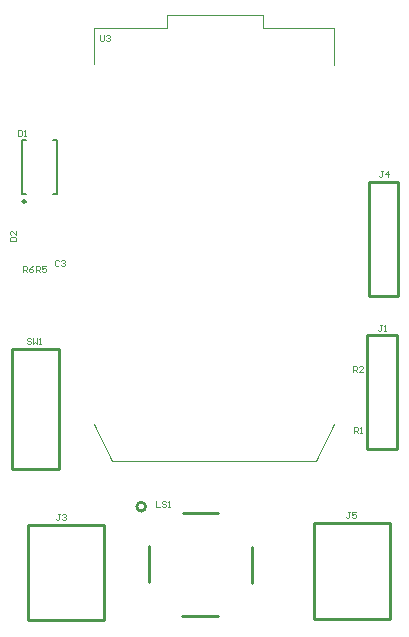
<source format=gto>
G04 Layer_Color=65535*
%FSLAX24Y24*%
%MOIN*%
G70*
G01*
G75*
%ADD16C,0.0100*%
%ADD44C,0.0098*%
%ADD45C,0.0079*%
%ADD46C,0.0039*%
%ADD47C,0.0025*%
D16*
X-1881Y-6061D02*
G03*
X-1881Y-6061I-148J0D01*
G01*
X-4781Y-9848D02*
X-4308D01*
X-3285D02*
Y-6659D01*
X-5804D02*
X-3285D01*
X-5804Y-9848D02*
Y-6659D01*
X-4308Y-9848D02*
X-3285D01*
X-5804D02*
X-4781D01*
X5508Y-4144D02*
X6492D01*
Y-354D01*
X5508D02*
X6492D01*
X5508Y-4144D02*
Y-354D01*
X5558Y956D02*
Y4746D01*
X6542D01*
Y956D02*
Y4746D01*
X5558Y956D02*
X6542D01*
X4757Y-9798D02*
X5229D01*
X6253D02*
Y-6609D01*
X3733D02*
X6253D01*
X3733Y-9798D02*
Y-6609D01*
X5229Y-9798D02*
X6253D01*
X3733D02*
X4757D01*
X-631Y-6287D02*
X531D01*
X-670Y-9713D02*
X531D01*
X1663Y-8600D02*
Y-7400D01*
X-1763Y-8581D02*
Y-7380D01*
X-6337Y-4808D02*
Y-792D01*
Y-4808D02*
X-4763D01*
Y-792D01*
X-6337D02*
X-4763D01*
D44*
X-5883Y4109D02*
G03*
X-5883Y4109I-49J0D01*
G01*
D45*
X-5991Y4365D02*
Y6176D01*
X-4849Y4365D02*
Y6176D01*
X-5991Y4365D02*
X-5873D01*
X-5991Y6176D02*
X-5873D01*
X-4967Y4365D02*
X-4849D01*
X-4967Y6176D02*
X-4849D01*
D46*
X4406Y8660D02*
Y9891D01*
X2054D02*
X4406D01*
X2015D02*
X2054D01*
X2015D02*
Y10313D01*
X-1179D02*
X2015D01*
X-1179Y9891D02*
Y10313D01*
X-3606Y9891D02*
X-1179D01*
X-3606Y9595D02*
Y9891D01*
Y8690D02*
Y9595D01*
Y-3298D02*
X-3000Y-4529D01*
X3800D02*
X4406Y-3298D01*
X-3000Y-4529D02*
X3800D01*
X-3000D02*
X410D01*
X400Y-4538D02*
X410Y-4529D01*
D47*
X-6400Y2800D02*
X-6200D01*
Y2900D01*
X-6233Y2933D01*
X-6367D01*
X-6400Y2900D01*
Y2800D01*
X-6200Y3133D02*
Y3000D01*
X-6333Y3133D01*
X-6367D01*
X-6400Y3100D01*
Y3033D01*
X-6367Y3000D01*
X-5707Y-473D02*
X-5740Y-440D01*
X-5807D01*
X-5840Y-473D01*
Y-507D01*
X-5807Y-540D01*
X-5740D01*
X-5707Y-573D01*
Y-607D01*
X-5740Y-640D01*
X-5807D01*
X-5840Y-607D01*
X-5640Y-440D02*
Y-640D01*
X-5573Y-573D01*
X-5507Y-640D01*
Y-440D01*
X-5440Y-640D02*
X-5373D01*
X-5407D01*
Y-440D01*
X-5440Y-473D01*
X-6130Y6500D02*
Y6300D01*
X-6030D01*
X-5997Y6333D01*
Y6467D01*
X-6030Y6500D01*
X-6130D01*
X-5930Y6300D02*
X-5863D01*
X-5897D01*
Y6500D01*
X-5930Y6467D01*
X-4787Y2137D02*
X-4820Y2170D01*
X-4887D01*
X-4920Y2137D01*
Y2003D01*
X-4887Y1970D01*
X-4820D01*
X-4787Y2003D01*
X-4720Y2137D02*
X-4687Y2170D01*
X-4620D01*
X-4587Y2137D01*
Y2103D01*
X-4620Y2070D01*
X-4653D01*
X-4620D01*
X-4587Y2037D01*
Y2003D01*
X-4620Y1970D01*
X-4687D01*
X-4720Y2003D01*
X5983Y10D02*
X5917D01*
X5950D01*
Y-157D01*
X5917Y-190D01*
X5883D01*
X5850Y-157D01*
X6050Y-190D02*
X6117D01*
X6083D01*
Y10D01*
X6050Y-23D01*
X-4727Y-6300D02*
X-4793D01*
X-4760D01*
Y-6467D01*
X-4793Y-6500D01*
X-4827D01*
X-4860Y-6467D01*
X-4660Y-6333D02*
X-4627Y-6300D01*
X-4560D01*
X-4527Y-6333D01*
Y-6367D01*
X-4560Y-6400D01*
X-4593D01*
X-4560D01*
X-4527Y-6433D01*
Y-6467D01*
X-4560Y-6500D01*
X-4627D01*
X-4660Y-6467D01*
X6023Y5130D02*
X5957D01*
X5990D01*
Y4963D01*
X5957Y4930D01*
X5923D01*
X5890Y4963D01*
X6190Y4930D02*
Y5130D01*
X6090Y5030D01*
X6223D01*
X-1550Y-5880D02*
Y-6080D01*
X-1417D01*
X-1217Y-5913D02*
X-1250Y-5880D01*
X-1317D01*
X-1350Y-5913D01*
Y-5947D01*
X-1317Y-5980D01*
X-1250D01*
X-1217Y-6013D01*
Y-6047D01*
X-1250Y-6080D01*
X-1317D01*
X-1350Y-6047D01*
X-1150Y-6080D02*
X-1083D01*
X-1117D01*
Y-5880D01*
X-1150Y-5913D01*
X5070Y-3590D02*
Y-3390D01*
X5170D01*
X5203Y-3423D01*
Y-3490D01*
X5170Y-3523D01*
X5070D01*
X5137D02*
X5203Y-3590D01*
X5270D02*
X5337D01*
X5303D01*
Y-3390D01*
X5270Y-3423D01*
X5040Y-1580D02*
Y-1380D01*
X5140D01*
X5173Y-1413D01*
Y-1480D01*
X5140Y-1513D01*
X5040D01*
X5107D02*
X5173Y-1580D01*
X5373D02*
X5240D01*
X5373Y-1447D01*
Y-1413D01*
X5340Y-1380D01*
X5273D01*
X5240Y-1413D01*
X-5530Y1760D02*
Y1960D01*
X-5430D01*
X-5397Y1927D01*
Y1860D01*
X-5430Y1827D01*
X-5530D01*
X-5463D02*
X-5397Y1760D01*
X-5197Y1960D02*
X-5330D01*
Y1860D01*
X-5263Y1893D01*
X-5230D01*
X-5197Y1860D01*
Y1793D01*
X-5230Y1760D01*
X-5297D01*
X-5330Y1793D01*
X-5960Y1760D02*
Y1960D01*
X-5860D01*
X-5827Y1927D01*
Y1860D01*
X-5860Y1827D01*
X-5960D01*
X-5893D02*
X-5827Y1760D01*
X-5627Y1960D02*
X-5693Y1927D01*
X-5760Y1860D01*
Y1793D01*
X-5727Y1760D01*
X-5660D01*
X-5627Y1793D01*
Y1827D01*
X-5660Y1860D01*
X-5760D01*
X4943Y-6250D02*
X4877D01*
X4910D01*
Y-6417D01*
X4877Y-6450D01*
X4843D01*
X4810Y-6417D01*
X5143Y-6250D02*
X5010D01*
Y-6350D01*
X5077Y-6317D01*
X5110D01*
X5143Y-6350D01*
Y-6417D01*
X5110Y-6450D01*
X5043D01*
X5010Y-6417D01*
X-3420Y9650D02*
Y9483D01*
X-3387Y9450D01*
X-3320D01*
X-3287Y9483D01*
Y9650D01*
X-3220Y9617D02*
X-3187Y9650D01*
X-3120D01*
X-3087Y9617D01*
Y9583D01*
X-3120Y9550D01*
X-3153D01*
X-3120D01*
X-3087Y9517D01*
Y9483D01*
X-3120Y9450D01*
X-3187D01*
X-3220Y9483D01*
M02*

</source>
